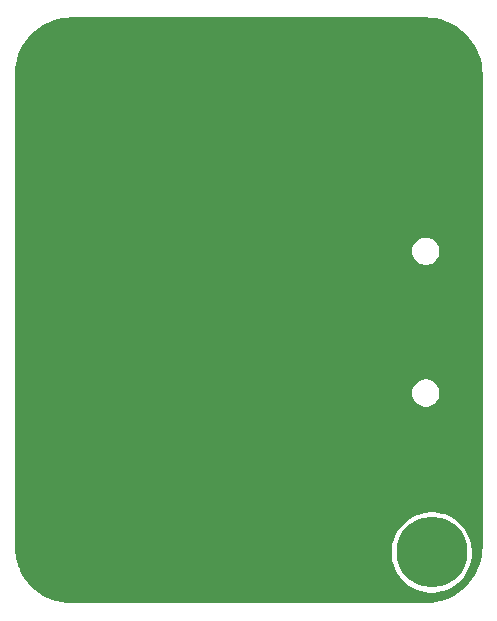
<source format=gbl>
G04 Layer: BottomLayer*
G04 EasyEDA Pro v2.2.27.1, 2024-09-15 10:59:50*
G04 Gerber Generator version 0.3*
G04 Scale: 100 percent, Rotated: No, Reflected: No*
G04 Dimensions in millimeters*
G04 Leading zeros omitted, absolute positions, 3 integers and 5 decimals*
%TF.GenerationSoftware,KiCad,Pcbnew,8.0.5*%
%TF.CreationDate,2024-10-25T17:28:07+08:00*%
%TF.ProjectId,LED_SMT_5730_5S6P_15W,4c45445f-534d-4545-9f35-3733305f3553,rev?*%
%TF.SameCoordinates,Original*%
%TF.FileFunction,Copper,L2,Bot*%
%TF.FilePolarity,Positive*%
%FSLAX46Y46*%
G04 Gerber Fmt 4.6, Leading zero omitted, Abs format (unit mm)*
G04 Created by KiCad (PCBNEW 8.0.5) date 2024-10-25 17:28:07*
%MOMM*%
%LPD*%
G01*
G04 APERTURE LIST*
%TA.AperFunction,ComponentPad*%
%ADD10C,6.000000*%
%TD*%
%TA.AperFunction,ViaPad*%
%ADD11C,0.500000*%
%TD*%
G04 APERTURE END LIST*
D10*
%TO.P,H1,1,1*%
%TO.N,unconnected-(H1-Pad1)*%
X130500000Y-135500000D03*
%TD*%
D11*
%TO.N,GND*%
X97500000Y-107500000D03*
X102500000Y-137500000D03*
X97500000Y-112500000D03*
X117500000Y-117500000D03*
X112500000Y-122500000D03*
X112500000Y-117500000D03*
X97500000Y-127500000D03*
X97500000Y-122500000D03*
X117500000Y-92500000D03*
X107500000Y-107500000D03*
X127500000Y-112500000D03*
X112500000Y-102500000D03*
X132500000Y-92500000D03*
X102500000Y-97500000D03*
X112500000Y-97500000D03*
X102500000Y-117500000D03*
X122500000Y-97500000D03*
X127330000Y-122250000D03*
X112500000Y-107500000D03*
X122500000Y-102500000D03*
X117500000Y-127500000D03*
X122500000Y-117500000D03*
X125940000Y-137580000D03*
X107500000Y-102500000D03*
X102500000Y-102500000D03*
X117500000Y-112500000D03*
X97500000Y-137500000D03*
X122500000Y-112500000D03*
X117500000Y-102500000D03*
X132500000Y-112500000D03*
X122500000Y-107500000D03*
X132500000Y-127500000D03*
X132500000Y-97500000D03*
X122500000Y-127500000D03*
X132500000Y-102500000D03*
X107500000Y-92500000D03*
X112500000Y-127500000D03*
X102500000Y-122500000D03*
X117500000Y-122500000D03*
X127500000Y-102500000D03*
X107500000Y-122500000D03*
X127500000Y-92500000D03*
X107500000Y-112500000D03*
X132500000Y-122500000D03*
X107500000Y-132500000D03*
X115000000Y-137560000D03*
X132500000Y-107500000D03*
X107500000Y-127500000D03*
X107500000Y-97500000D03*
X107500000Y-117500000D03*
X102500000Y-132500000D03*
X127500000Y-117500000D03*
X97500000Y-97500000D03*
X127500000Y-107500000D03*
X102500000Y-112500000D03*
X112500000Y-92500000D03*
X117500000Y-132500000D03*
X97500000Y-92500000D03*
X97500000Y-102500000D03*
X117500000Y-107500000D03*
X102500000Y-127500000D03*
X112500000Y-112500000D03*
X122500000Y-132500000D03*
X117500000Y-97500000D03*
X102500000Y-92500000D03*
X122500000Y-92500000D03*
X97500000Y-132500000D03*
X122500000Y-122500000D03*
X132500000Y-117500000D03*
X112500000Y-132500000D03*
X97500000Y-117500000D03*
X102500000Y-107500000D03*
%TD*%
%TA.AperFunction,Conductor*%
%TO.N,GND*%
G36*
X130002702Y-90200617D02*
G01*
X130412917Y-90218528D01*
X130423654Y-90219468D01*
X130828057Y-90272708D01*
X130838695Y-90274583D01*
X131236925Y-90362869D01*
X131247365Y-90365667D01*
X131636363Y-90488317D01*
X131646524Y-90492015D01*
X132023363Y-90648108D01*
X132033155Y-90652674D01*
X132394965Y-90841020D01*
X132404305Y-90846413D01*
X132689636Y-91028189D01*
X132748309Y-91065568D01*
X132757170Y-91071772D01*
X133080766Y-91320076D01*
X133089053Y-91327030D01*
X133389767Y-91602583D01*
X133397416Y-91610232D01*
X133672969Y-91910946D01*
X133679923Y-91919233D01*
X133928227Y-92242829D01*
X133934431Y-92251690D01*
X134153578Y-92595680D01*
X134158987Y-92605048D01*
X134347322Y-92966838D01*
X134351894Y-92976642D01*
X134507983Y-93353473D01*
X134511683Y-93363639D01*
X134634331Y-93752630D01*
X134637131Y-93763078D01*
X134725414Y-94161296D01*
X134727292Y-94171950D01*
X134780529Y-94576326D01*
X134781472Y-94587102D01*
X134799382Y-94997297D01*
X134799500Y-95002706D01*
X134799500Y-134997293D01*
X134799382Y-135002702D01*
X134781472Y-135412897D01*
X134780529Y-135423673D01*
X134727292Y-135828049D01*
X134725414Y-135838703D01*
X134637131Y-136236921D01*
X134634331Y-136247369D01*
X134511683Y-136636360D01*
X134507983Y-136646526D01*
X134351894Y-137023357D01*
X134347322Y-137033161D01*
X134158987Y-137394951D01*
X134153578Y-137404319D01*
X133934431Y-137748309D01*
X133928227Y-137757170D01*
X133679923Y-138080766D01*
X133672969Y-138089053D01*
X133397416Y-138389767D01*
X133389767Y-138397416D01*
X133089053Y-138672969D01*
X133080766Y-138679923D01*
X132757170Y-138928227D01*
X132748309Y-138934431D01*
X132404319Y-139153578D01*
X132394951Y-139158987D01*
X132033161Y-139347322D01*
X132023357Y-139351894D01*
X131646526Y-139507983D01*
X131636360Y-139511683D01*
X131247369Y-139634331D01*
X131236921Y-139637131D01*
X130838703Y-139725414D01*
X130828049Y-139727292D01*
X130423673Y-139780529D01*
X130412897Y-139781472D01*
X130002703Y-139799382D01*
X129997294Y-139799500D01*
X100002706Y-139799500D01*
X99997297Y-139799382D01*
X99587102Y-139781472D01*
X99576326Y-139780529D01*
X99171950Y-139727292D01*
X99161296Y-139725414D01*
X98763078Y-139637131D01*
X98752630Y-139634331D01*
X98363639Y-139511683D01*
X98353473Y-139507983D01*
X97976642Y-139351894D01*
X97966838Y-139347322D01*
X97847126Y-139285004D01*
X97605042Y-139158983D01*
X97595686Y-139153582D01*
X97423685Y-139044004D01*
X97251690Y-138934431D01*
X97242829Y-138928227D01*
X96919233Y-138679923D01*
X96910946Y-138672969D01*
X96610232Y-138397416D01*
X96602583Y-138389767D01*
X96327030Y-138089053D01*
X96320076Y-138080766D01*
X96071772Y-137757170D01*
X96065568Y-137748309D01*
X96012070Y-137664334D01*
X95846413Y-137404305D01*
X95841020Y-137394965D01*
X95652674Y-137033155D01*
X95648105Y-137023357D01*
X95609409Y-136929938D01*
X95492015Y-136646524D01*
X95488316Y-136636360D01*
X95472872Y-136587379D01*
X95365667Y-136247365D01*
X95362868Y-136236921D01*
X95325449Y-136068135D01*
X95274583Y-135838695D01*
X95272707Y-135828049D01*
X95229519Y-135499997D01*
X127094506Y-135499997D01*
X127094506Y-135500002D01*
X127114469Y-135868196D01*
X127114470Y-135868213D01*
X127174122Y-136232068D01*
X127174128Y-136232094D01*
X127272768Y-136587365D01*
X127272770Y-136587371D01*
X127409255Y-136929926D01*
X127409261Y-136929938D01*
X127581973Y-137255708D01*
X127581976Y-137255713D01*
X127581978Y-137255716D01*
X127788910Y-137560917D01*
X128027627Y-137841956D01*
X128295330Y-138095538D01*
X128588881Y-138318690D01*
X128904838Y-138508795D01*
X128904840Y-138508796D01*
X128904842Y-138508797D01*
X128904846Y-138508799D01*
X129239486Y-138663620D01*
X129239497Y-138663625D01*
X129588934Y-138781364D01*
X129949052Y-138860632D01*
X130315630Y-138900500D01*
X130315636Y-138900500D01*
X130684364Y-138900500D01*
X130684370Y-138900500D01*
X131050948Y-138860632D01*
X131411066Y-138781364D01*
X131760503Y-138663625D01*
X132095162Y-138508795D01*
X132411119Y-138318690D01*
X132704670Y-138095538D01*
X132972373Y-137841956D01*
X133211090Y-137560917D01*
X133418022Y-137255716D01*
X133590743Y-136929930D01*
X133727227Y-136587379D01*
X133825875Y-136232081D01*
X133885531Y-135868199D01*
X133905494Y-135500000D01*
X133885531Y-135131801D01*
X133863479Y-134997293D01*
X133825877Y-134767931D01*
X133825876Y-134767930D01*
X133825875Y-134767919D01*
X133727227Y-134412621D01*
X133590743Y-134070070D01*
X133418022Y-133744284D01*
X133211090Y-133439083D01*
X132972373Y-133158044D01*
X132704670Y-132904462D01*
X132411119Y-132681310D01*
X132095162Y-132491205D01*
X132095161Y-132491204D01*
X132095157Y-132491202D01*
X132095153Y-132491200D01*
X131760513Y-132336379D01*
X131760508Y-132336377D01*
X131760503Y-132336375D01*
X131590172Y-132278983D01*
X131411065Y-132218635D01*
X131050946Y-132139367D01*
X130684371Y-132099500D01*
X130684370Y-132099500D01*
X130315630Y-132099500D01*
X130315628Y-132099500D01*
X129949053Y-132139367D01*
X129588934Y-132218635D01*
X129318812Y-132309650D01*
X129239497Y-132336375D01*
X129239494Y-132336376D01*
X129239486Y-132336379D01*
X128904846Y-132491200D01*
X128904842Y-132491202D01*
X128669538Y-132632779D01*
X128588881Y-132681310D01*
X128488410Y-132757685D01*
X128295330Y-132904461D01*
X128295330Y-132904462D01*
X128027626Y-133158044D01*
X127788909Y-133439083D01*
X127581979Y-133744282D01*
X127581973Y-133744291D01*
X127409261Y-134070061D01*
X127409255Y-134070073D01*
X127272770Y-134412628D01*
X127272768Y-134412634D01*
X127174128Y-134767905D01*
X127174122Y-134767931D01*
X127114470Y-135131786D01*
X127114469Y-135131803D01*
X127094506Y-135499997D01*
X95229519Y-135499997D01*
X95219468Y-135423654D01*
X95218528Y-135412917D01*
X95200618Y-135002702D01*
X95200500Y-134997293D01*
X95200500Y-121999999D01*
X128844571Y-121999999D01*
X128844571Y-122000000D01*
X128864244Y-122212310D01*
X128922596Y-122417392D01*
X128922596Y-122417394D01*
X129017632Y-122608253D01*
X129017634Y-122608255D01*
X129146128Y-122778407D01*
X129303698Y-122922052D01*
X129484981Y-123034298D01*
X129683802Y-123111321D01*
X129893390Y-123150500D01*
X129893392Y-123150500D01*
X130106608Y-123150500D01*
X130106610Y-123150500D01*
X130316198Y-123111321D01*
X130515019Y-123034298D01*
X130696302Y-122922052D01*
X130853872Y-122778407D01*
X130982366Y-122608255D01*
X131077405Y-122417389D01*
X131135756Y-122212310D01*
X131155429Y-122000000D01*
X131135756Y-121787690D01*
X131077405Y-121582611D01*
X131077403Y-121582606D01*
X131077403Y-121582605D01*
X130982367Y-121391746D01*
X130853872Y-121221593D01*
X130696302Y-121077948D01*
X130515019Y-120965702D01*
X130515017Y-120965701D01*
X130415608Y-120927190D01*
X130316198Y-120888679D01*
X130106610Y-120849500D01*
X129893390Y-120849500D01*
X129683802Y-120888679D01*
X129683799Y-120888679D01*
X129683799Y-120888680D01*
X129484982Y-120965701D01*
X129484980Y-120965702D01*
X129303699Y-121077947D01*
X129146127Y-121221593D01*
X129017632Y-121391746D01*
X128922596Y-121582605D01*
X128922596Y-121582607D01*
X128864244Y-121787689D01*
X128844571Y-121999999D01*
X95200500Y-121999999D01*
X95200500Y-109999999D01*
X128844571Y-109999999D01*
X128844571Y-110000000D01*
X128864244Y-110212310D01*
X128922596Y-110417392D01*
X128922596Y-110417394D01*
X129017632Y-110608253D01*
X129017634Y-110608255D01*
X129146128Y-110778407D01*
X129303698Y-110922052D01*
X129484981Y-111034298D01*
X129683802Y-111111321D01*
X129893390Y-111150500D01*
X129893392Y-111150500D01*
X130106608Y-111150500D01*
X130106610Y-111150500D01*
X130316198Y-111111321D01*
X130515019Y-111034298D01*
X130696302Y-110922052D01*
X130853872Y-110778407D01*
X130982366Y-110608255D01*
X131077405Y-110417389D01*
X131135756Y-110212310D01*
X131155429Y-110000000D01*
X131135756Y-109787690D01*
X131077405Y-109582611D01*
X131077403Y-109582606D01*
X131077403Y-109582605D01*
X130982367Y-109391746D01*
X130853872Y-109221593D01*
X130696302Y-109077948D01*
X130515019Y-108965702D01*
X130515017Y-108965701D01*
X130415608Y-108927190D01*
X130316198Y-108888679D01*
X130106610Y-108849500D01*
X129893390Y-108849500D01*
X129683802Y-108888679D01*
X129683799Y-108888679D01*
X129683799Y-108888680D01*
X129484982Y-108965701D01*
X129484980Y-108965702D01*
X129303699Y-109077947D01*
X129146127Y-109221593D01*
X129017632Y-109391746D01*
X128922596Y-109582605D01*
X128922596Y-109582607D01*
X128864244Y-109787689D01*
X128844571Y-109999999D01*
X95200500Y-109999999D01*
X95200500Y-95002706D01*
X95200618Y-94997297D01*
X95209891Y-94784906D01*
X95218528Y-94587080D01*
X95219468Y-94576347D01*
X95272709Y-94171938D01*
X95274582Y-94161308D01*
X95362870Y-93763068D01*
X95365668Y-93752630D01*
X95488316Y-93363639D01*
X95492016Y-93353473D01*
X95593711Y-93107961D01*
X95648111Y-92976627D01*
X95652669Y-92966853D01*
X95841025Y-92605024D01*
X95846407Y-92595703D01*
X96065574Y-92251680D01*
X96071765Y-92242837D01*
X96320083Y-91919224D01*
X96327021Y-91910955D01*
X96602594Y-91610220D01*
X96610220Y-91602594D01*
X96910955Y-91327021D01*
X96919224Y-91320083D01*
X97242837Y-91071765D01*
X97251680Y-91065574D01*
X97595703Y-90846407D01*
X97605024Y-90841025D01*
X97966853Y-90652669D01*
X97976627Y-90648111D01*
X98353482Y-90492012D01*
X98363629Y-90488319D01*
X98752639Y-90365665D01*
X98763068Y-90362870D01*
X99161308Y-90274582D01*
X99171938Y-90272709D01*
X99576347Y-90219468D01*
X99587080Y-90218528D01*
X99997297Y-90200617D01*
X100002706Y-90200500D01*
X100039882Y-90200500D01*
X129960118Y-90200500D01*
X129997294Y-90200500D01*
X130002702Y-90200617D01*
G37*
%TD.AperFunction*%
%TD*%
M02*

</source>
